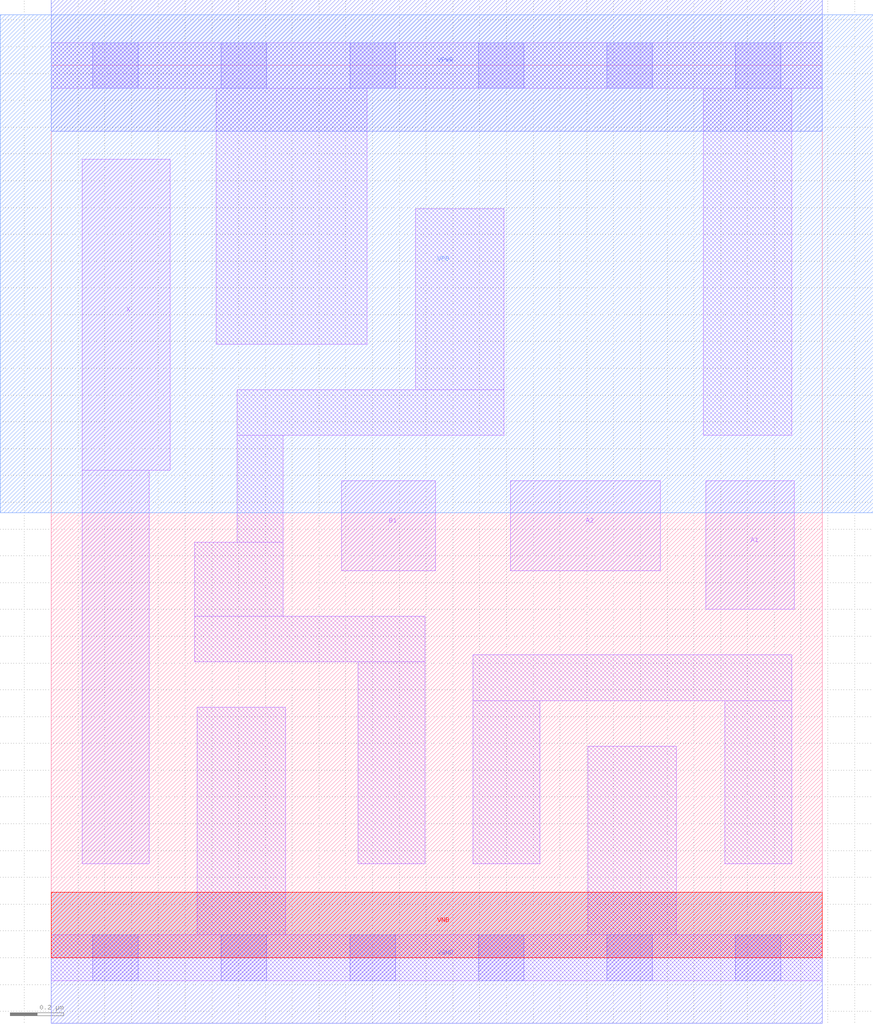
<source format=lef>
# Copyright 2020 The SkyWater PDK Authors
#
# Licensed under the Apache License, Version 2.0 (the "License");
# you may not use this file except in compliance with the License.
# You may obtain a copy of the License at
#
#     https://www.apache.org/licenses/LICENSE-2.0
#
# Unless required by applicable law or agreed to in writing, software
# distributed under the License is distributed on an "AS IS" BASIS,
# WITHOUT WARRANTIES OR CONDITIONS OF ANY KIND, either express or implied.
# See the License for the specific language governing permissions and
# limitations under the License.
#
# SPDX-License-Identifier: Apache-2.0

VERSION 5.7 ;
  NOWIREEXTENSIONATPIN ON ;
  DIVIDERCHAR "/" ;
  BUSBITCHARS "[]" ;
MACRO sky130_fd_sc_ls__o21a_1
  CLASS CORE ;
  FOREIGN sky130_fd_sc_ls__o21a_1 ;
  ORIGIN  0.000000  0.000000 ;
  SIZE  2.880000 BY  3.330000 ;
  SYMMETRY X Y ;
  SITE unit ;
  PIN A1
    ANTENNAGATEAREA  0.246000 ;
    DIRECTION INPUT ;
    USE SIGNAL ;
    PORT
      LAYER li1 ;
        RECT 2.445000 1.300000 2.775000 1.780000 ;
    END
  END A1
  PIN A2
    ANTENNAGATEAREA  0.246000 ;
    DIRECTION INPUT ;
    USE SIGNAL ;
    PORT
      LAYER li1 ;
        RECT 1.715000 1.445000 2.275000 1.780000 ;
    END
  END A2
  PIN B1
    ANTENNAGATEAREA  0.222000 ;
    DIRECTION INPUT ;
    USE SIGNAL ;
    PORT
      LAYER li1 ;
        RECT 1.085000 1.445000 1.435000 1.780000 ;
    END
  END B1
  PIN VNB
    PORT
      LAYER pwell ;
        RECT 0.000000 0.000000 2.880000 0.245000 ;
    END
  END VNB
  PIN VPB
    PORT
      LAYER nwell ;
        RECT -0.190000 1.660000 3.070000 3.520000 ;
    END
  END VPB
  PIN X
    ANTENNADIFFAREA  0.541300 ;
    DIRECTION OUTPUT ;
    USE SIGNAL ;
    PORT
      LAYER li1 ;
        RECT 0.115000 0.350000 0.365000 1.820000 ;
        RECT 0.115000 1.820000 0.445000 2.980000 ;
    END
  END X
  PIN VGND
    DIRECTION INOUT ;
    SHAPE ABUTMENT ;
    USE GROUND ;
    PORT
      LAYER met1 ;
        RECT 0.000000 -0.245000 2.880000 0.245000 ;
    END
  END VGND
  PIN VPWR
    DIRECTION INOUT ;
    SHAPE ABUTMENT ;
    USE POWER ;
    PORT
      LAYER met1 ;
        RECT 0.000000 3.085000 2.880000 3.575000 ;
    END
  END VPWR
  OBS
    LAYER li1 ;
      RECT 0.000000 -0.085000 2.880000 0.085000 ;
      RECT 0.000000  3.245000 2.880000 3.415000 ;
      RECT 0.535000  1.105000 1.395000 1.275000 ;
      RECT 0.535000  1.275000 0.865000 1.550000 ;
      RECT 0.545000  0.085000 0.875000 0.935000 ;
      RECT 0.615000  2.290000 1.180000 3.245000 ;
      RECT 0.695000  1.550000 0.865000 1.950000 ;
      RECT 0.695000  1.950000 1.690000 2.120000 ;
      RECT 1.145000  0.350000 1.395000 1.105000 ;
      RECT 1.360000  2.120000 1.690000 2.795000 ;
      RECT 1.575000  0.350000 1.825000 0.960000 ;
      RECT 1.575000  0.960000 2.765000 1.130000 ;
      RECT 2.005000  0.085000 2.335000 0.790000 ;
      RECT 2.435000  1.950000 2.765000 3.245000 ;
      RECT 2.515000  0.350000 2.765000 0.960000 ;
    LAYER mcon ;
      RECT 0.155000 -0.085000 0.325000 0.085000 ;
      RECT 0.155000  3.245000 0.325000 3.415000 ;
      RECT 0.635000 -0.085000 0.805000 0.085000 ;
      RECT 0.635000  3.245000 0.805000 3.415000 ;
      RECT 1.115000 -0.085000 1.285000 0.085000 ;
      RECT 1.115000  3.245000 1.285000 3.415000 ;
      RECT 1.595000 -0.085000 1.765000 0.085000 ;
      RECT 1.595000  3.245000 1.765000 3.415000 ;
      RECT 2.075000 -0.085000 2.245000 0.085000 ;
      RECT 2.075000  3.245000 2.245000 3.415000 ;
      RECT 2.555000 -0.085000 2.725000 0.085000 ;
      RECT 2.555000  3.245000 2.725000 3.415000 ;
  END
END sky130_fd_sc_ls__o21a_1
END LIBRARY

</source>
